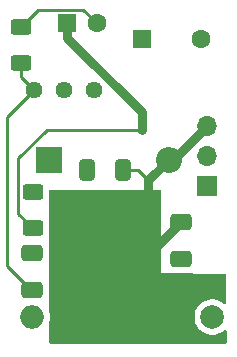
<source format=gbr>
%TF.GenerationSoftware,KiCad,Pcbnew,8.0.1-rc1*%
%TF.CreationDate,2024-11-19T18:39:50-08:00*%
%TF.ProjectId,LM2597-Adj,4c4d3235-3937-42d4-9164-6a2e6b696361,rev?*%
%TF.SameCoordinates,Original*%
%TF.FileFunction,Copper,L2,Bot*%
%TF.FilePolarity,Positive*%
%FSLAX46Y46*%
G04 Gerber Fmt 4.6, Leading zero omitted, Abs format (unit mm)*
G04 Created by KiCad (PCBNEW 8.0.1-rc1) date 2024-11-19 18:39:50*
%MOMM*%
%LPD*%
G01*
G04 APERTURE LIST*
G04 Aperture macros list*
%AMRoundRect*
0 Rectangle with rounded corners*
0 $1 Rounding radius*
0 $2 $3 $4 $5 $6 $7 $8 $9 X,Y pos of 4 corners*
0 Add a 4 corners polygon primitive as box body*
4,1,4,$2,$3,$4,$5,$6,$7,$8,$9,$2,$3,0*
0 Add four circle primitives for the rounded corners*
1,1,$1+$1,$2,$3*
1,1,$1+$1,$4,$5*
1,1,$1+$1,$6,$7*
1,1,$1+$1,$8,$9*
0 Add four rect primitives between the rounded corners*
20,1,$1+$1,$2,$3,$4,$5,0*
20,1,$1+$1,$4,$5,$6,$7,0*
20,1,$1+$1,$6,$7,$8,$9,0*
20,1,$1+$1,$8,$9,$2,$3,0*%
G04 Aperture macros list end*
%TA.AperFunction,ComponentPad*%
%ADD10C,1.440000*%
%TD*%
%TA.AperFunction,SMDPad,CuDef*%
%ADD11RoundRect,0.250000X0.625000X-0.400000X0.625000X0.400000X-0.625000X0.400000X-0.625000X-0.400000X0*%
%TD*%
%TA.AperFunction,SMDPad,CuDef*%
%ADD12RoundRect,0.250000X-0.625000X0.400000X-0.625000X-0.400000X0.625000X-0.400000X0.625000X0.400000X0*%
%TD*%
%TA.AperFunction,ComponentPad*%
%ADD13R,2.200000X2.200000*%
%TD*%
%TA.AperFunction,ComponentPad*%
%ADD14O,2.200000X2.200000*%
%TD*%
%TA.AperFunction,ComponentPad*%
%ADD15R,1.600000X1.600000*%
%TD*%
%TA.AperFunction,ComponentPad*%
%ADD16C,1.600000*%
%TD*%
%TA.AperFunction,ComponentPad*%
%ADD17R,1.700000X1.700000*%
%TD*%
%TA.AperFunction,ComponentPad*%
%ADD18O,1.700000X1.700000*%
%TD*%
%TA.AperFunction,ComponentPad*%
%ADD19C,2.000000*%
%TD*%
%TA.AperFunction,ComponentPad*%
%ADD20O,2.000000X2.000000*%
%TD*%
%TA.AperFunction,SMDPad,CuDef*%
%ADD21RoundRect,0.250000X-0.412500X-0.650000X0.412500X-0.650000X0.412500X0.650000X-0.412500X0.650000X0*%
%TD*%
%TA.AperFunction,SMDPad,CuDef*%
%ADD22RoundRect,0.250000X0.650000X-0.412500X0.650000X0.412500X-0.650000X0.412500X-0.650000X-0.412500X0*%
%TD*%
%TA.AperFunction,ViaPad*%
%ADD23C,0.800000*%
%TD*%
%TA.AperFunction,Conductor*%
%ADD24C,0.250000*%
%TD*%
%TA.AperFunction,Conductor*%
%ADD25C,0.762000*%
%TD*%
G04 APERTURE END LIST*
D10*
%TO.P,RV1,1,1*%
%TO.N,unconnected-(RV1-Pad1)*%
X167285208Y-72202558D03*
%TO.P,RV1,2,2*%
%TO.N,VCC*%
X164745208Y-72202558D03*
%TO.P,RV1,3,3*%
%TO.N,Net-(IC1-FEEDBACK)*%
X162205208Y-72202558D03*
%TD*%
D11*
%TO.P,R2,1*%
%TO.N,Net-(IC1-FEEDBACK)*%
X161145189Y-69942461D03*
%TO.P,R2,2*%
%TO.N,GND*%
X161145189Y-66842461D03*
%TD*%
D12*
%TO.P,R1,1*%
%TO.N,Net-(IC1-ERROR_FLAG)*%
X162110602Y-80806735D03*
%TO.P,R1,2*%
%TO.N,+VDC*%
X162110602Y-83906735D03*
%TD*%
D13*
%TO.P,D1,1,K*%
%TO.N,Net-(D1-K)*%
X163481551Y-78100872D03*
D14*
%TO.P,D1,2,A*%
%TO.N,GND*%
X173641551Y-78100872D03*
%TD*%
D15*
%TO.P,C5,1*%
%TO.N,VCC*%
X171376915Y-67848426D03*
D16*
%TO.P,C5,2*%
%TO.N,GND*%
X176376915Y-67848426D03*
%TD*%
D17*
%TO.P,J1,1,Pin_1*%
%TO.N,+VDC*%
X176855208Y-80352770D03*
D18*
%TO.P,J1,2,Pin_2*%
%TO.N,VCC*%
X176855208Y-77812770D03*
%TO.P,J1,3,Pin_3*%
%TO.N,GND*%
X176855208Y-75272770D03*
%TD*%
D19*
%TO.P,L1,1,1*%
%TO.N,Net-(D1-K)*%
X177322931Y-91424700D03*
D20*
%TO.P,L1,2,2*%
%TO.N,VCC*%
X162082931Y-91424700D03*
%TD*%
D15*
%TO.P,C4,1*%
%TO.N,+VDC*%
X165038265Y-66577536D03*
D16*
%TO.P,C4,2*%
%TO.N,GND*%
X167538265Y-66577536D03*
%TD*%
D21*
%TO.P,C1,1*%
%TO.N,Net-(IC1-DELAY)*%
X166678870Y-78965848D03*
%TO.P,C1,2*%
%TO.N,GND*%
X169803870Y-78965848D03*
%TD*%
D22*
%TO.P,C3,1*%
%TO.N,Net-(IC1-~{SHUTDOWN}{slash}SOFT-START)*%
X174642915Y-86538892D03*
%TO.P,C3,2*%
%TO.N,GND*%
X174642915Y-83413892D03*
%TD*%
%TO.P,C2,1*%
%TO.N,Net-(IC1-FEEDBACK)*%
X162067454Y-89141248D03*
%TO.P,C2,2*%
%TO.N,VCC*%
X162067454Y-86016248D03*
%TD*%
D23*
%TO.N,Net-(IC1-ERROR_FLAG)*%
X162098906Y-80845003D03*
%TO.N,Net-(IC1-DELAY)*%
X166678870Y-78965848D03*
%TO.N,Net-(IC1-~{SHUTDOWN}{slash}SOFT-START)*%
X174642915Y-86538892D03*
%TO.N,GND*%
X170355417Y-85562226D03*
%TO.N,Net-(IC1-FEEDBACK)*%
X162067454Y-89191106D03*
%TO.N,VCC*%
X162017597Y-86033450D03*
%TO.N,+VDC*%
X171367264Y-75615436D03*
%TD*%
D24*
%TO.N,Net-(IC1-FEEDBACK)*%
X159950770Y-74456996D02*
X159950770Y-87074422D01*
X162205208Y-72202558D02*
X159950770Y-74456996D01*
X159950770Y-87074422D02*
X162067454Y-89191106D01*
%TO.N,+VDC*%
X163300597Y-75615436D02*
X171367264Y-75615436D01*
X160910602Y-82706735D02*
X160910602Y-78005431D01*
X160910602Y-78005431D02*
X163300597Y-75615436D01*
X162110602Y-83906735D02*
X160910602Y-82706735D01*
%TO.N,GND*%
X170991549Y-78965848D02*
X171884062Y-79858361D01*
X169803870Y-78965848D02*
X170991549Y-78965848D01*
%TO.N,Net-(IC1-FEEDBACK)*%
X161145189Y-71142539D02*
X162205208Y-72202558D01*
X161145189Y-69942461D02*
X161145189Y-71142539D01*
%TO.N,GND*%
X162535114Y-65452536D02*
X166413265Y-65452536D01*
X166413265Y-65452536D02*
X167538265Y-66577536D01*
X161145189Y-66842461D02*
X162535114Y-65452536D01*
D25*
%TO.N,+VDC*%
X165038265Y-67771821D02*
X171367264Y-74100820D01*
X171367264Y-74100820D02*
X171367264Y-75615436D01*
X165038265Y-66577536D02*
X165038265Y-67771821D01*
%TO.N,GND*%
X170355417Y-85562226D02*
X170355417Y-85536909D01*
X172494581Y-85562226D02*
X174642915Y-83413892D01*
X170355417Y-85562226D02*
X172494581Y-85562226D01*
X173641551Y-78100872D02*
X171884062Y-79858361D01*
X174027106Y-78100872D02*
X176855208Y-75272770D01*
X171884062Y-79858361D02*
X171884062Y-85521511D01*
%TD*%
%TA.AperFunction,Conductor*%
%TO.N,GND*%
G36*
X172880473Y-80649981D02*
G01*
X172947499Y-80669705D01*
X172993223Y-80722535D01*
X173004399Y-80773768D01*
X173016325Y-87717152D01*
X173016326Y-87717153D01*
X178390156Y-87801889D01*
X178456877Y-87822628D01*
X178501793Y-87876147D01*
X178512200Y-87925384D01*
X178521197Y-90201776D01*
X178501778Y-90268893D01*
X178449155Y-90314856D01*
X178380036Y-90325073D01*
X178321036Y-90300120D01*
X178146437Y-90164224D01*
X177927742Y-90045872D01*
X177927733Y-90045869D01*
X177692547Y-89965129D01*
X177447266Y-89924200D01*
X177198596Y-89924200D01*
X176953314Y-89965129D01*
X176718128Y-90045869D01*
X176718119Y-90045872D01*
X176499424Y-90164224D01*
X176303188Y-90316961D01*
X176134764Y-90499917D01*
X175998757Y-90708093D01*
X175898867Y-90935818D01*
X175837823Y-91176875D01*
X175837821Y-91176887D01*
X175817288Y-91424694D01*
X175817288Y-91424705D01*
X175837821Y-91672512D01*
X175837823Y-91672524D01*
X175898867Y-91913581D01*
X175998757Y-92141306D01*
X176134764Y-92349482D01*
X176134767Y-92349485D01*
X176303187Y-92532438D01*
X176499422Y-92685174D01*
X176718121Y-92803528D01*
X176953317Y-92884271D01*
X177198596Y-92925200D01*
X177447266Y-92925200D01*
X177692545Y-92884271D01*
X177927741Y-92803528D01*
X178146440Y-92685174D01*
X178330671Y-92541780D01*
X178395662Y-92516139D01*
X178464202Y-92529705D01*
X178514527Y-92578174D01*
X178530830Y-92639145D01*
X178534459Y-93557241D01*
X178515040Y-93624358D01*
X178462417Y-93670321D01*
X178410730Y-93681731D01*
X163654251Y-93713813D01*
X163587168Y-93694274D01*
X163541299Y-93641570D01*
X163529982Y-93590237D01*
X163524118Y-91861830D01*
X163527909Y-91830987D01*
X163568039Y-91672521D01*
X163588574Y-91424700D01*
X163568039Y-91176879D01*
X163524905Y-91006550D01*
X163521114Y-90976548D01*
X163486478Y-80768989D01*
X163505935Y-80701885D01*
X163558583Y-80655951D01*
X163610545Y-80644570D01*
X172880473Y-80649981D01*
G37*
%TD.AperFunction*%
%TD*%
M02*

</source>
